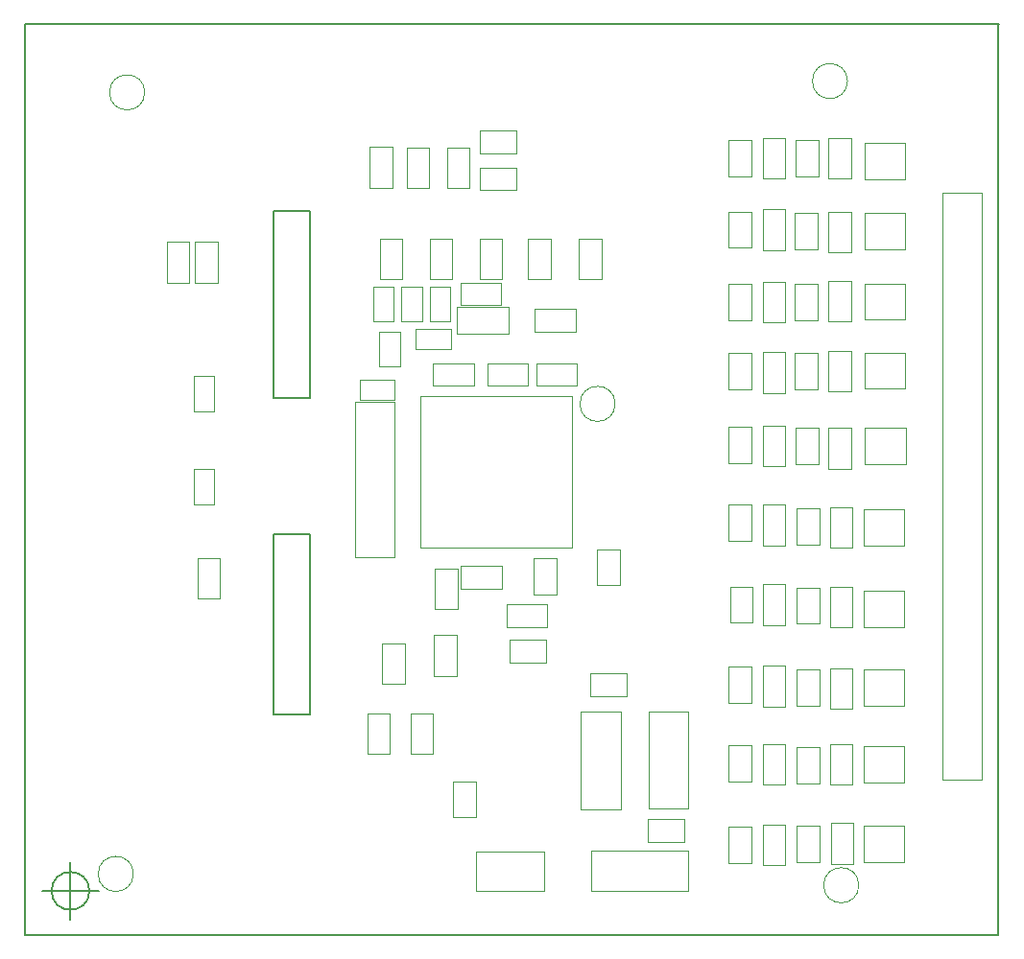
<source format=gbr>
G04 #@! TF.GenerationSoftware,KiCad,Pcbnew,(5.1.5)-3*
G04 #@! TF.CreationDate,2021-04-17T16:45:16-03:00*
G04 #@! TF.ProjectId,PonchoBiopotenciales,506f6e63-686f-4426-996f-706f74656e63,1.0*
G04 #@! TF.SameCoordinates,Original*
G04 #@! TF.FileFunction,Other,User*
%FSLAX46Y46*%
G04 Gerber Fmt 4.6, Leading zero omitted, Abs format (unit mm)*
G04 Created by KiCad (PCBNEW (5.1.5)-3) date 2021-04-17 16:45:16*
%MOMM*%
%LPD*%
G04 APERTURE LIST*
%ADD10C,0.150000*%
%ADD11C,0.050000*%
G04 APERTURE END LIST*
D10*
X125095000Y-84455000D02*
X121920000Y-84455000D01*
X125095000Y-100965000D02*
X125095000Y-84455000D01*
X121920000Y-100965000D02*
X125095000Y-100965000D01*
X121920000Y-98425000D02*
X121920000Y-100965000D01*
X121920000Y-84455000D02*
X121920000Y-98425000D01*
X125095000Y-113030000D02*
X121920000Y-113030000D01*
X125095000Y-128905000D02*
X125095000Y-113030000D01*
X124460000Y-128905000D02*
X125095000Y-128905000D01*
X121920000Y-128905000D02*
X124460000Y-128905000D01*
X121920000Y-113030000D02*
X121920000Y-128905000D01*
X105666666Y-144500000D02*
G75*
G03X105666666Y-144500000I-1666666J0D01*
G01*
X101500000Y-144500000D02*
X106500000Y-144500000D01*
X104000000Y-142000000D02*
X104000000Y-147000000D01*
X100015000Y-67920000D02*
X185880000Y-67920000D01*
X100015000Y-67920000D02*
X100015000Y-148420000D01*
X185875000Y-148420000D02*
X185875000Y-67920000D01*
X100010000Y-148420000D02*
X185875000Y-148420000D01*
D11*
X139200000Y-78850000D02*
X139200000Y-82450000D01*
X137200000Y-78850000D02*
X137200000Y-82450000D01*
X139200000Y-78850000D02*
X137200000Y-78850000D01*
X139200000Y-82450000D02*
X137200000Y-82450000D01*
X155020000Y-128650000D02*
X155020000Y-137250000D01*
X158520000Y-128650000D02*
X158520000Y-137250000D01*
X155020000Y-128650000D02*
X158520000Y-128650000D01*
X155020000Y-137250000D02*
X158520000Y-137250000D01*
X140100000Y-77350000D02*
X143300000Y-77350000D01*
X140100000Y-79350000D02*
X143300000Y-79350000D01*
X140100000Y-77350000D02*
X140100000Y-79350000D01*
X143300000Y-77350000D02*
X143300000Y-79350000D01*
X165080000Y-81620000D02*
X165080000Y-78020000D01*
X167080000Y-81620000D02*
X167080000Y-78020000D01*
X165080000Y-81620000D02*
X167080000Y-81620000D01*
X165080000Y-78020000D02*
X167080000Y-78020000D01*
X170880000Y-81620000D02*
X170880000Y-78020000D01*
X172880000Y-81620000D02*
X172880000Y-78020000D01*
X170880000Y-81620000D02*
X172880000Y-81620000D01*
X170880000Y-78020000D02*
X172880000Y-78020000D01*
X165080000Y-87920000D02*
X165080000Y-84320000D01*
X167080000Y-87920000D02*
X167080000Y-84320000D01*
X165080000Y-87920000D02*
X167080000Y-87920000D01*
X165080000Y-84320000D02*
X167080000Y-84320000D01*
X170880000Y-88120000D02*
X170880000Y-84520000D01*
X172880000Y-88120000D02*
X172880000Y-84520000D01*
X170880000Y-88120000D02*
X172880000Y-88120000D01*
X170880000Y-84520000D02*
X172880000Y-84520000D01*
X165080000Y-94320000D02*
X165080000Y-90720000D01*
X167080000Y-94320000D02*
X167080000Y-90720000D01*
X165080000Y-94320000D02*
X167080000Y-94320000D01*
X165080000Y-90720000D02*
X167080000Y-90720000D01*
X170880000Y-94220000D02*
X170880000Y-90620000D01*
X172880000Y-94220000D02*
X172880000Y-90620000D01*
X170880000Y-94220000D02*
X172880000Y-94220000D01*
X170880000Y-90620000D02*
X172880000Y-90620000D01*
X165080000Y-100520000D02*
X165080000Y-96920000D01*
X167080000Y-100520000D02*
X167080000Y-96920000D01*
X165080000Y-100520000D02*
X167080000Y-100520000D01*
X165080000Y-96920000D02*
X167080000Y-96920000D01*
X170880000Y-100420000D02*
X170880000Y-96820000D01*
X172880000Y-100420000D02*
X172880000Y-96820000D01*
X170880000Y-100420000D02*
X172880000Y-100420000D01*
X170880000Y-96820000D02*
X172880000Y-96820000D01*
X165080000Y-107020000D02*
X165080000Y-103420000D01*
X167080000Y-107020000D02*
X167080000Y-103420000D01*
X165080000Y-107020000D02*
X167080000Y-107020000D01*
X165080000Y-103420000D02*
X167080000Y-103420000D01*
X170880000Y-107220000D02*
X170880000Y-103620000D01*
X172880000Y-107220000D02*
X172880000Y-103620000D01*
X170880000Y-107220000D02*
X172880000Y-107220000D01*
X170880000Y-103620000D02*
X172880000Y-103620000D01*
X165080000Y-114020000D02*
X165080000Y-110420000D01*
X167080000Y-114020000D02*
X167080000Y-110420000D01*
X165080000Y-114020000D02*
X167080000Y-114020000D01*
X165080000Y-110420000D02*
X167080000Y-110420000D01*
X170980000Y-114220000D02*
X170980000Y-110620000D01*
X172980000Y-114220000D02*
X172980000Y-110620000D01*
X170980000Y-114220000D02*
X172980000Y-114220000D01*
X170980000Y-110620000D02*
X172980000Y-110620000D01*
X165080000Y-121020000D02*
X165080000Y-117420000D01*
X167080000Y-121020000D02*
X167080000Y-117420000D01*
X165080000Y-121020000D02*
X167080000Y-121020000D01*
X165080000Y-117420000D02*
X167080000Y-117420000D01*
X170980000Y-121220000D02*
X170980000Y-117620000D01*
X172980000Y-121220000D02*
X172980000Y-117620000D01*
X170980000Y-121220000D02*
X172980000Y-121220000D01*
X170980000Y-117620000D02*
X172980000Y-117620000D01*
X165080000Y-128220000D02*
X165080000Y-124620000D01*
X167080000Y-128220000D02*
X167080000Y-124620000D01*
X165080000Y-128220000D02*
X167080000Y-128220000D01*
X165080000Y-124620000D02*
X167080000Y-124620000D01*
X170980000Y-128420000D02*
X170980000Y-124820000D01*
X172980000Y-128420000D02*
X172980000Y-124820000D01*
X170980000Y-128420000D02*
X172980000Y-128420000D01*
X170980000Y-124820000D02*
X172980000Y-124820000D01*
X165080000Y-135120000D02*
X165080000Y-131520000D01*
X167080000Y-135120000D02*
X167080000Y-131520000D01*
X165080000Y-135120000D02*
X167080000Y-135120000D01*
X165080000Y-131520000D02*
X167080000Y-131520000D01*
X170980000Y-135120000D02*
X170980000Y-131520000D01*
X172980000Y-135120000D02*
X172980000Y-131520000D01*
X170980000Y-135120000D02*
X172980000Y-135120000D01*
X170980000Y-131520000D02*
X172980000Y-131520000D01*
X144980000Y-93120000D02*
X148580000Y-93120000D01*
X144980000Y-95120000D02*
X148580000Y-95120000D01*
X144980000Y-93120000D02*
X144980000Y-95120000D01*
X148580000Y-93120000D02*
X148580000Y-95120000D01*
X140780000Y-97920000D02*
X144380000Y-97920000D01*
X140780000Y-99920000D02*
X144380000Y-99920000D01*
X140780000Y-97920000D02*
X140780000Y-99920000D01*
X144380000Y-97920000D02*
X144380000Y-99920000D01*
X142000000Y-92800000D02*
X138400000Y-92800000D01*
X142000000Y-90800000D02*
X138400000Y-90800000D01*
X142000000Y-92800000D02*
X142000000Y-90800000D01*
X138400000Y-92800000D02*
X138400000Y-90800000D01*
X139580000Y-99920000D02*
X135980000Y-99920000D01*
X139580000Y-97920000D02*
X135980000Y-97920000D01*
X139580000Y-99920000D02*
X139580000Y-97920000D01*
X135980000Y-99920000D02*
X135980000Y-97920000D01*
X136140000Y-119620000D02*
X136140000Y-116020000D01*
X138140000Y-119620000D02*
X138140000Y-116020000D01*
X136140000Y-119620000D02*
X138140000Y-119620000D01*
X136140000Y-116020000D02*
X138140000Y-116020000D01*
X142050000Y-117820000D02*
X138450000Y-117820000D01*
X142050000Y-115820000D02*
X138450000Y-115820000D01*
X142050000Y-117820000D02*
X142050000Y-115820000D01*
X138450000Y-117820000D02*
X138450000Y-115820000D01*
X132380000Y-78820000D02*
X132380000Y-82420000D01*
X130380000Y-78820000D02*
X130380000Y-82420000D01*
X132380000Y-78820000D02*
X130380000Y-78820000D01*
X132380000Y-82420000D02*
X130380000Y-82420000D01*
X135650000Y-78850000D02*
X135650000Y-82450000D01*
X133650000Y-78850000D02*
X133650000Y-82450000D01*
X135650000Y-78850000D02*
X133650000Y-78850000D01*
X135650000Y-82450000D02*
X133650000Y-82450000D01*
X146380000Y-86920000D02*
X146380000Y-90520000D01*
X144380000Y-86920000D02*
X144380000Y-90520000D01*
X146380000Y-86920000D02*
X144380000Y-86920000D01*
X146380000Y-90520000D02*
X144380000Y-90520000D01*
X150880000Y-86920000D02*
X150880000Y-90520000D01*
X148880000Y-86920000D02*
X148880000Y-90520000D01*
X150880000Y-86920000D02*
X148880000Y-86920000D01*
X150880000Y-90520000D02*
X148880000Y-90520000D01*
X133280000Y-86920000D02*
X133280000Y-90520000D01*
X131280000Y-86920000D02*
X131280000Y-90520000D01*
X133280000Y-86920000D02*
X131280000Y-86920000D01*
X133280000Y-90520000D02*
X131280000Y-90520000D01*
X137680000Y-86920000D02*
X137680000Y-90520000D01*
X135680000Y-86920000D02*
X135680000Y-90520000D01*
X137680000Y-86920000D02*
X135680000Y-86920000D01*
X137680000Y-90520000D02*
X135680000Y-90520000D01*
X142080000Y-86920000D02*
X142080000Y-90520000D01*
X140080000Y-86920000D02*
X140080000Y-90520000D01*
X142080000Y-86920000D02*
X140080000Y-86920000D01*
X142080000Y-90520000D02*
X140080000Y-90520000D01*
X164080000Y-78220000D02*
X164080000Y-81420000D01*
X162080000Y-78220000D02*
X162080000Y-81420000D01*
X164080000Y-78220000D02*
X162080000Y-78220000D01*
X164080000Y-81420000D02*
X162080000Y-81420000D01*
X167980000Y-81420000D02*
X167980000Y-78220000D01*
X169980000Y-81420000D02*
X169980000Y-78220000D01*
X167980000Y-81420000D02*
X169980000Y-81420000D01*
X167980000Y-78220000D02*
X169980000Y-78220000D01*
X162080000Y-87720000D02*
X162080000Y-84520000D01*
X164080000Y-87720000D02*
X164080000Y-84520000D01*
X162080000Y-87720000D02*
X164080000Y-87720000D01*
X162080000Y-84520000D02*
X164080000Y-84520000D01*
X167880000Y-87820000D02*
X167880000Y-84620000D01*
X169880000Y-87820000D02*
X169880000Y-84620000D01*
X167880000Y-87820000D02*
X169880000Y-87820000D01*
X167880000Y-84620000D02*
X169880000Y-84620000D01*
X164080000Y-90920000D02*
X164080000Y-94120000D01*
X162080000Y-90920000D02*
X162080000Y-94120000D01*
X164080000Y-90920000D02*
X162080000Y-90920000D01*
X164080000Y-94120000D02*
X162080000Y-94120000D01*
X167880000Y-94120000D02*
X167880000Y-90920000D01*
X169880000Y-94120000D02*
X169880000Y-90920000D01*
X167880000Y-94120000D02*
X169880000Y-94120000D01*
X167880000Y-90920000D02*
X169880000Y-90920000D01*
X162080000Y-100220000D02*
X162080000Y-97020000D01*
X164080000Y-100220000D02*
X164080000Y-97020000D01*
X162080000Y-100220000D02*
X164080000Y-100220000D01*
X162080000Y-97020000D02*
X164080000Y-97020000D01*
X167880000Y-100220000D02*
X167880000Y-97020000D01*
X169880000Y-100220000D02*
X169880000Y-97020000D01*
X167880000Y-100220000D02*
X169880000Y-100220000D01*
X167880000Y-97020000D02*
X169880000Y-97020000D01*
X164080000Y-103520000D02*
X164080000Y-106720000D01*
X162080000Y-103520000D02*
X162080000Y-106720000D01*
X164080000Y-103520000D02*
X162080000Y-103520000D01*
X164080000Y-106720000D02*
X162080000Y-106720000D01*
X167980000Y-106820000D02*
X167980000Y-103620000D01*
X169980000Y-106820000D02*
X169980000Y-103620000D01*
X167980000Y-106820000D02*
X169980000Y-106820000D01*
X167980000Y-103620000D02*
X169980000Y-103620000D01*
X162080000Y-113620000D02*
X162080000Y-110420000D01*
X164080000Y-113620000D02*
X164080000Y-110420000D01*
X162080000Y-113620000D02*
X164080000Y-113620000D01*
X162080000Y-110420000D02*
X164080000Y-110420000D01*
X168080000Y-113920000D02*
X168080000Y-110720000D01*
X170080000Y-113920000D02*
X170080000Y-110720000D01*
X168080000Y-113920000D02*
X170080000Y-113920000D01*
X168080000Y-110720000D02*
X170080000Y-110720000D01*
X164180000Y-117620000D02*
X164180000Y-120820000D01*
X162180000Y-117620000D02*
X162180000Y-120820000D01*
X164180000Y-117620000D02*
X162180000Y-117620000D01*
X164180000Y-120820000D02*
X162180000Y-120820000D01*
X168080000Y-120920000D02*
X168080000Y-117720000D01*
X170080000Y-120920000D02*
X170080000Y-117720000D01*
X168080000Y-120920000D02*
X170080000Y-120920000D01*
X168080000Y-117720000D02*
X170080000Y-117720000D01*
X162080000Y-127920000D02*
X162080000Y-124720000D01*
X164080000Y-127920000D02*
X164080000Y-124720000D01*
X162080000Y-127920000D02*
X164080000Y-127920000D01*
X162080000Y-124720000D02*
X164080000Y-124720000D01*
X168080000Y-128120000D02*
X168080000Y-124920000D01*
X170080000Y-128120000D02*
X170080000Y-124920000D01*
X168080000Y-128120000D02*
X170080000Y-128120000D01*
X168080000Y-124920000D02*
X170080000Y-124920000D01*
X164080000Y-131620000D02*
X164080000Y-134820000D01*
X162080000Y-131620000D02*
X162080000Y-134820000D01*
X164080000Y-131620000D02*
X162080000Y-131620000D01*
X164080000Y-134820000D02*
X162080000Y-134820000D01*
X168080000Y-135020000D02*
X168080000Y-131820000D01*
X170080000Y-135020000D02*
X170080000Y-131820000D01*
X168080000Y-135020000D02*
X170080000Y-135020000D01*
X168080000Y-131820000D02*
X170080000Y-131820000D01*
X177630000Y-81670000D02*
X174030000Y-81670000D01*
X174030000Y-81670000D02*
X174030000Y-78470000D01*
X174030000Y-78470000D02*
X177630000Y-78470000D01*
X177630000Y-78470000D02*
X177630000Y-81670000D01*
X177630000Y-87870000D02*
X174030000Y-87870000D01*
X174030000Y-87870000D02*
X174030000Y-84670000D01*
X174030000Y-84670000D02*
X177630000Y-84670000D01*
X177630000Y-84670000D02*
X177630000Y-87870000D01*
X177630000Y-94070000D02*
X174030000Y-94070000D01*
X174030000Y-94070000D02*
X174030000Y-90870000D01*
X174030000Y-90870000D02*
X177630000Y-90870000D01*
X177630000Y-90870000D02*
X177630000Y-94070000D01*
X177630000Y-100170000D02*
X174030000Y-100170000D01*
X174030000Y-100170000D02*
X174030000Y-96970000D01*
X174030000Y-96970000D02*
X177630000Y-96970000D01*
X177630000Y-96970000D02*
X177630000Y-100170000D01*
X177680000Y-106820000D02*
X174080000Y-106820000D01*
X174080000Y-106820000D02*
X174080000Y-103620000D01*
X174080000Y-103620000D02*
X177680000Y-103620000D01*
X177680000Y-103620000D02*
X177680000Y-106820000D01*
X177580000Y-114020000D02*
X173980000Y-114020000D01*
X173980000Y-114020000D02*
X173980000Y-110820000D01*
X173980000Y-110820000D02*
X177580000Y-110820000D01*
X177580000Y-110820000D02*
X177580000Y-114020000D01*
X177580000Y-121220000D02*
X173980000Y-121220000D01*
X173980000Y-121220000D02*
X173980000Y-118020000D01*
X173980000Y-118020000D02*
X177580000Y-118020000D01*
X177580000Y-118020000D02*
X177580000Y-121220000D01*
X177580000Y-128120000D02*
X173980000Y-128120000D01*
X173980000Y-128120000D02*
X173980000Y-124920000D01*
X173980000Y-124920000D02*
X177580000Y-124920000D01*
X177580000Y-124920000D02*
X177580000Y-128120000D01*
X177580000Y-134920000D02*
X173980000Y-134920000D01*
X173980000Y-134920000D02*
X173980000Y-131720000D01*
X173980000Y-131720000D02*
X177580000Y-131720000D01*
X177580000Y-131720000D02*
X177580000Y-134920000D01*
X142680000Y-95270000D02*
X138080000Y-95270000D01*
X142680000Y-92970000D02*
X138080000Y-92970000D01*
X142680000Y-95270000D02*
X142680000Y-92970000D01*
X138080000Y-95270000D02*
X138080000Y-92970000D01*
X146080000Y-121220000D02*
X142480000Y-121220000D01*
X146080000Y-119220000D02*
X142480000Y-119220000D01*
X146080000Y-121220000D02*
X146080000Y-119220000D01*
X142480000Y-121220000D02*
X142480000Y-119220000D01*
X130180000Y-132420000D02*
X130180000Y-128820000D01*
X132180000Y-132420000D02*
X132180000Y-128820000D01*
X130180000Y-132420000D02*
X132180000Y-132420000D01*
X130180000Y-128820000D02*
X132180000Y-128820000D01*
X148680000Y-99920000D02*
X145080000Y-99920000D01*
X148680000Y-97920000D02*
X145080000Y-97920000D01*
X148680000Y-99920000D02*
X148680000Y-97920000D01*
X145080000Y-99920000D02*
X145080000Y-97920000D01*
X133480000Y-122620000D02*
X133480000Y-126220000D01*
X131480000Y-122620000D02*
X131480000Y-126220000D01*
X133480000Y-122620000D02*
X131480000Y-122620000D01*
X133480000Y-126220000D02*
X131480000Y-126220000D01*
X136000000Y-128800000D02*
X136000000Y-132400000D01*
X134000000Y-128800000D02*
X134000000Y-132400000D01*
X136000000Y-128800000D02*
X134000000Y-128800000D01*
X136000000Y-132400000D02*
X134000000Y-132400000D01*
X158530000Y-140970000D02*
X149930000Y-140970000D01*
X158530000Y-144470000D02*
X149930000Y-144470000D01*
X158530000Y-140970000D02*
X158530000Y-144470000D01*
X149930000Y-140970000D02*
X149930000Y-144470000D01*
X149030000Y-128670000D02*
X149030000Y-137270000D01*
X152530000Y-128670000D02*
X152530000Y-137270000D01*
X149030000Y-128670000D02*
X152530000Y-128670000D01*
X149030000Y-137270000D02*
X152530000Y-137270000D01*
X144880000Y-118320000D02*
X144880000Y-115120000D01*
X146880000Y-118320000D02*
X146880000Y-115120000D01*
X144880000Y-118320000D02*
X146880000Y-118320000D01*
X144880000Y-115120000D02*
X146880000Y-115120000D01*
X145980000Y-124320000D02*
X142780000Y-124320000D01*
X145980000Y-122320000D02*
X142780000Y-122320000D01*
X145980000Y-124320000D02*
X145980000Y-122320000D01*
X142780000Y-124320000D02*
X142780000Y-122320000D01*
X139780000Y-134820000D02*
X139780000Y-138020000D01*
X137780000Y-134820000D02*
X137780000Y-138020000D01*
X139780000Y-134820000D02*
X137780000Y-134820000D01*
X139780000Y-138020000D02*
X137780000Y-138020000D01*
X150480000Y-117520000D02*
X150480000Y-114320000D01*
X152480000Y-117520000D02*
X152480000Y-114320000D01*
X150480000Y-117520000D02*
X152480000Y-117520000D01*
X150480000Y-114320000D02*
X152480000Y-114320000D01*
X149880000Y-125320000D02*
X153080000Y-125320000D01*
X149880000Y-127320000D02*
X153080000Y-127320000D01*
X149880000Y-125320000D02*
X149880000Y-127320000D01*
X153080000Y-125320000D02*
X153080000Y-127320000D01*
X158120000Y-140180000D02*
X154920000Y-140180000D01*
X158120000Y-138180000D02*
X154920000Y-138180000D01*
X158120000Y-140180000D02*
X158120000Y-138180000D01*
X154920000Y-140180000D02*
X154920000Y-138180000D01*
X171080000Y-142120000D02*
X171080000Y-138520000D01*
X173080000Y-142120000D02*
X173080000Y-138520000D01*
X171080000Y-142120000D02*
X173080000Y-142120000D01*
X171080000Y-138520000D02*
X173080000Y-138520000D01*
X165080000Y-142220000D02*
X165080000Y-138620000D01*
X167080000Y-142220000D02*
X167080000Y-138620000D01*
X165080000Y-142220000D02*
X167080000Y-142220000D01*
X165080000Y-138620000D02*
X167080000Y-138620000D01*
X170080000Y-138720000D02*
X170080000Y-141920000D01*
X168080000Y-138720000D02*
X168080000Y-141920000D01*
X170080000Y-138720000D02*
X168080000Y-138720000D01*
X170080000Y-141920000D02*
X168080000Y-141920000D01*
X164080000Y-138820000D02*
X164080000Y-142020000D01*
X162080000Y-138820000D02*
X162080000Y-142020000D01*
X164080000Y-138820000D02*
X162080000Y-138820000D01*
X164080000Y-142020000D02*
X162080000Y-142020000D01*
X180930000Y-82870000D02*
X180930000Y-134670000D01*
X184430000Y-82870000D02*
X184430000Y-134670000D01*
X180930000Y-82870000D02*
X184430000Y-82870000D01*
X180930000Y-134670000D02*
X184430000Y-134670000D01*
X177580000Y-141920000D02*
X173980000Y-141920000D01*
X173980000Y-141920000D02*
X173980000Y-138720000D01*
X173980000Y-138720000D02*
X177580000Y-138720000D01*
X177580000Y-138720000D02*
X177580000Y-141920000D01*
X140100000Y-80650000D02*
X143300000Y-80650000D01*
X140100000Y-82650000D02*
X143300000Y-82650000D01*
X140100000Y-80650000D02*
X140100000Y-82650000D01*
X143300000Y-80650000D02*
X143300000Y-82650000D01*
X117000000Y-87200000D02*
X117000000Y-90800000D01*
X115000000Y-87200000D02*
X115000000Y-90800000D01*
X117000000Y-87200000D02*
X115000000Y-87200000D01*
X117000000Y-90800000D02*
X115000000Y-90800000D01*
X114500000Y-87200000D02*
X114500000Y-90800000D01*
X112500000Y-87200000D02*
X112500000Y-90800000D01*
X114500000Y-87200000D02*
X112500000Y-87200000D01*
X114500000Y-90800000D02*
X112500000Y-90800000D01*
X115200000Y-118700000D02*
X115200000Y-115100000D01*
X117200000Y-118700000D02*
X117200000Y-115100000D01*
X115200000Y-118700000D02*
X117200000Y-118700000D01*
X115200000Y-115100000D02*
X117200000Y-115100000D01*
X110550000Y-74000000D02*
G75*
G03X110550000Y-74000000I-1550000J0D01*
G01*
X172550000Y-73000000D02*
G75*
G03X172550000Y-73000000I-1550000J0D01*
G01*
X109550000Y-143000000D02*
G75*
G03X109550000Y-143000000I-1550000J0D01*
G01*
X173550000Y-144000000D02*
G75*
G03X173550000Y-144000000I-1550000J0D01*
G01*
X152050000Y-101500000D02*
G75*
G03X152050000Y-101500000I-1550000J0D01*
G01*
X132570000Y-115020000D02*
X132570000Y-101320000D01*
X129070000Y-115020000D02*
X129070000Y-101320000D01*
X132570000Y-115020000D02*
X129070000Y-115020000D01*
X132570000Y-101320000D02*
X129070000Y-101320000D01*
X133200000Y-94250000D02*
X133200000Y-91150000D01*
X133200000Y-94250000D02*
X135000000Y-94250000D01*
X135000000Y-91150000D02*
X133200000Y-91150000D01*
X135000000Y-91150000D02*
X135000000Y-94250000D01*
X130700000Y-94250000D02*
X130700000Y-91150000D01*
X130700000Y-94250000D02*
X132500000Y-94250000D01*
X132500000Y-91150000D02*
X130700000Y-91150000D01*
X132500000Y-91150000D02*
X132500000Y-94250000D01*
X131250000Y-98200000D02*
X131250000Y-95100000D01*
X131250000Y-98200000D02*
X133050000Y-98200000D01*
X133050000Y-95100000D02*
X131250000Y-95100000D01*
X133050000Y-95100000D02*
X133050000Y-98200000D01*
X137500000Y-91150000D02*
X137500000Y-94250000D01*
X137500000Y-91150000D02*
X135700000Y-91150000D01*
X135700000Y-94250000D02*
X137500000Y-94250000D01*
X135700000Y-94250000D02*
X135700000Y-91150000D01*
X129500000Y-99350000D02*
X132600000Y-99350000D01*
X129500000Y-99350000D02*
X129500000Y-101150000D01*
X132600000Y-101150000D02*
X132600000Y-99350000D01*
X132600000Y-101150000D02*
X129500000Y-101150000D01*
X137550000Y-96700000D02*
X134450000Y-96700000D01*
X137550000Y-96700000D02*
X137550000Y-94900000D01*
X134450000Y-94900000D02*
X134450000Y-96700000D01*
X134450000Y-94900000D02*
X137550000Y-94900000D01*
X116700000Y-99050000D02*
X116700000Y-102150000D01*
X116700000Y-99050000D02*
X114900000Y-99050000D01*
X114900000Y-102150000D02*
X116700000Y-102150000D01*
X114900000Y-102150000D02*
X114900000Y-99050000D01*
X114900000Y-110350000D02*
X114900000Y-107250000D01*
X114900000Y-110350000D02*
X116700000Y-110350000D01*
X116700000Y-107250000D02*
X114900000Y-107250000D01*
X116700000Y-107250000D02*
X116700000Y-110350000D01*
X148280000Y-114220000D02*
X148280000Y-100820000D01*
X134880000Y-114220000D02*
X134880000Y-100820000D01*
X148280000Y-114220000D02*
X134880000Y-114220000D01*
X148280000Y-100820000D02*
X134880000Y-100820000D01*
X139760000Y-144500000D02*
X145810000Y-144500000D01*
X139760000Y-141000000D02*
X145810000Y-141000000D01*
X139760000Y-144500000D02*
X139760000Y-141000000D01*
X145810000Y-144500000D02*
X145810000Y-141000000D01*
X138080000Y-121920000D02*
X138080000Y-125520000D01*
X136080000Y-121920000D02*
X136080000Y-125520000D01*
X138080000Y-121920000D02*
X136080000Y-121920000D01*
X138080000Y-125520000D02*
X136080000Y-125520000D01*
M02*

</source>
